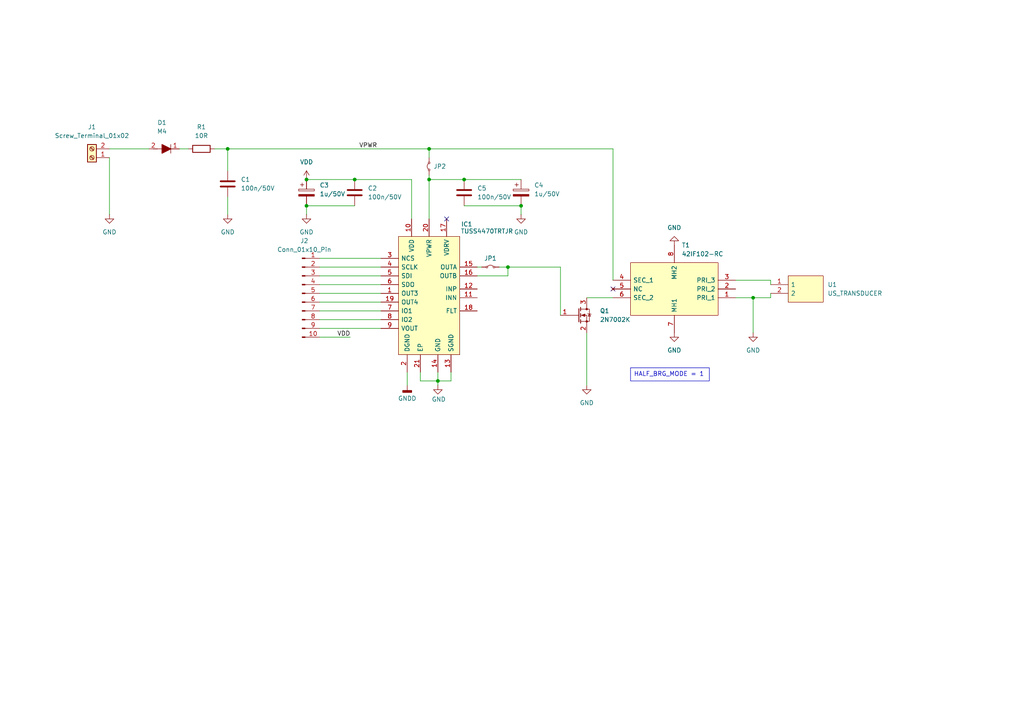
<source format=kicad_sch>
(kicad_sch (version 20250114) (generator "eeschema") (generator_version "9.0")
  (paper "A4")
  (lib_symbols
    (symbol "Connector:Conn_01x10_Pin" (pin_names (offset 1.016) (hide yes))
      (property "Reference" "J" (at 0 12.7 0))
      (property "Value" "Conn_01x10_Pin" (at 0 -15.24 0))
      (symbol "Conn_01x10_Pin_1_1"
        (rectangle (start 0.8636 10.287) (end 0 10.033) (stroke (width 0.1524)) (fill (type outline)))
        (rectangle (start 0.8636 7.747) (end 0 7.493) (stroke (width 0.1524)) (fill (type outline)))
        (rectangle (start 0.8636 5.207) (end 0 4.953) (stroke (width 0.1524)) (fill (type outline)))
        (rectangle (start 0.8636 2.667) (end 0 2.413) (stroke (width 0.1524)) (fill (type outline)))
        (rectangle (start 0.8636 0.127) (end 0 -0.127) (stroke (width 0.1524)) (fill (type outline)))
        (rectangle (start 0.8636 -2.413) (end 0 -2.667) (stroke (width 0.1524)) (fill (type outline)))
        (rectangle (start 0.8636 -4.953) (end 0 -5.207) (stroke (width 0.1524)) (fill (type outline)))
        (rectangle (start 0.8636 -7.493) (end 0 -7.747) (stroke (width 0.1524)) (fill (type outline)))
        (rectangle (start 0.8636 -10.033) (end 0 -10.287) (stroke (width 0.1524)) (fill (type outline)))
        (rectangle (start 0.8636 -12.573) (end 0 -12.827) (stroke (width 0.1524)) (fill (type outline)))
        (polyline (pts (xy 1.27 10.16) (xy 0.8636 10.16)) (stroke (width 0.1524)))
        (polyline (pts (xy 1.27 7.62) (xy 0.8636 7.62)) (stroke (width 0.1524)))
        (polyline (pts (xy 1.27 5.08) (xy 0.8636 5.08)) (stroke (width 0.1524)))
        (polyline (pts (xy 1.27 2.54) (xy 0.8636 2.54)) (stroke (width 0.1524)))
        (polyline (pts (xy 1.27 0) (xy 0.8636 0)) (stroke (width 0.1524)))
        (polyline (pts (xy 1.27 -2.54) (xy 0.8636 -2.54)) (stroke (width 0.1524)))
        (polyline (pts (xy 1.27 -5.08) (xy 0.8636 -5.08)) (stroke (width 0.1524)))
        (polyline (pts (xy 1.27 -7.62) (xy 0.8636 -7.62)) (stroke (width 0.1524)))
        (polyline (pts (xy 1.27 -10.16) (xy 0.8636 -10.16)) (stroke (width 0.1524)))
        (polyline (pts (xy 1.27 -12.7) (xy 0.8636 -12.7)) (stroke (width 0.1524)))
        (pin passive line (at 5.08 10.16 180) (length 3.81) (name "Pin_1") (number "1"))
        (pin passive line (at 5.08 7.62 180) (length 3.81) (name "Pin_2") (number "2"))
        (pin passive line (at 5.08 5.08 180) (length 3.81) (name "Pin_3") (number "3"))
        (pin passive line (at 5.08 2.54 180) (length 3.81) (name "Pin_4") (number "4"))
        (pin passive line (at 5.08 0 180) (length 3.81) (name "Pin_5") (number "5"))
        (pin passive line (at 5.08 -2.54 180) (length 3.81) (name "Pin_6") (number "6"))
        (pin passive line (at 5.08 -5.08 180) (length 3.81) (name "Pin_7") (number "7"))
        (pin passive line (at 5.08 -7.62 180) (length 3.81) (name "Pin_8") (number "8"))
        (pin passive line (at 5.08 -10.16 180) (length 3.81) (name "Pin_9") (number "9"))
        (pin passive line (at 5.08 -12.7 180) (length 3.81) (name "Pin_10") (number "10"))
      )
    )
    (symbol "Connector:Screw_Terminal_01x02" (pin_names (offset 1.016) (hide yes))
      (property "Reference" "J" (at 0 2.54 0))
      (property "Value" "Screw_Terminal_01x02" (at 0 -5.08 0))
      (symbol "Screw_Terminal_01x02_1_1"
        (rectangle (start -1.27 1.27) (end 1.27 -3.81) (stroke (width 0.254)) (fill (type background)))
        (polyline (pts (xy -0.5334 0.3302) (xy 0.3302 -0.508)) (stroke (width 0.1524)))
        (polyline (pts (xy -0.5334 -2.2098) (xy 0.3302 -3.048)) (stroke (width 0.1524)))
        (polyline (pts (xy -0.3556 0.508) (xy 0.508 -0.3302)) (stroke (width 0.1524)))
        (polyline (pts (xy -0.3556 -2.032) (xy 0.508 -2.8702)) (stroke (width 0.1524)))
        (circle (center 0 0) (radius 0.635) (stroke (width 0.1524)))
        (circle (center 0 -2.54) (radius 0.635) (stroke (width 0.1524)))
        (pin passive line (at -5.08 0 0) (length 3.81) (name "Pin_1") (number "1"))
        (pin passive line (at -5.08 -2.54 0) (length 3.81) (name "Pin_2") (number "2"))
      )
    )
    (symbol "Device:C" (pin_numbers (hide yes)) (pin_names (offset 0.254))
      (property "Reference" "C" (at 0.635 2.54 0))
      (property "Value" "C" (at 0.635 -2.54 0))
      (symbol "C_0_1"
        (polyline (pts (xy -2.032 0.762) (xy 2.032 0.762)) (stroke (width 0.508)))
        (polyline (pts (xy -2.032 -0.762) (xy 2.032 -0.762)) (stroke (width 0.508)))
      )
      (symbol "C_1_1"
        (pin passive line (at 0 3.81 270) (length 2.794) (name "~") (number "1"))
        (pin passive line (at 0 -3.81 90) (length 2.794) (name "~") (number "2"))
      )
    )
    (symbol "Device:C_Polarized" (pin_numbers (hide yes)) (pin_names (offset 0.254))
      (property "Reference" "C" (at 0.635 2.54 0))
      (property "Value" "C_Polarized" (at 0.635 -2.54 0))
      (symbol "C_Polarized_0_1"
        (rectangle (start -2.286 0.508) (end 2.286 1.016))
        (polyline (pts (xy -1.778 2.286) (xy -0.762 2.286)))
        (polyline (pts (xy -1.27 2.794) (xy -1.27 1.778)))
        (rectangle (start 2.286 -0.508) (end -2.286 -1.016) (fill (type outline)))
      )
      (symbol "C_Polarized_1_1"
        (pin passive line (at 0 3.81 270) (length 2.794) (name "~") (number "1"))
        (pin passive line (at 0 -3.81 90) (length 2.794) (name "~") (number "2"))
      )
    )
    (symbol "Device:R" (pin_numbers (hide yes)) (pin_names (offset 0))
      (property "Reference" "R" (at 2.032 0 90))
      (property "Value" "R" (at 0 0 90))
      (symbol "R_0_1"
        (rectangle (start -1.016 -2.54) (end 1.016 2.54) (stroke (width 0.254)))
      )
      (symbol "R_1_1"
        (pin passive line (at 0 3.81 270) (length 1.27) (name "~") (number "1"))
        (pin passive line (at 0 -3.81 90) (length 1.27) (name "~") (number "2"))
      )
    )
    (symbol "Jumper:Jumper_2_Small_Bridged" (pin_numbers (hide yes)) (pin_names (offset 0) (hide yes)) (exclude_from_sim yes)
      (property "Reference" "JP" (at 0 2.032 0))
      (property "Value" "Jumper_2_Small_Bridged" (at 0 -2.286 0))
      (symbol "Jumper_2_Small_Bridged_0_0"
        (circle (center -1.016 0) (radius 0.254))
        (circle (center 1.016 0) (radius 0.254))
      )
      (symbol "Jumper_2_Small_Bridged_0_1"
        (arc (start -0.762 0.254) (mid 0 0.5696) (end 0.762 0.254))
      )
      (symbol "Jumper_2_Small_Bridged_1_1"
        (pin passive line (at -2.54 0 0) (length 1.27) (name "A") (number "1"))
        (pin passive line (at 2.54 0 180) (length 1.27) (name "B") (number "2"))
      )
    )
    (symbol "SamacSys_Parts:42IF102-RC" (pin_names (offset 0.762))
      (property "Reference" "T1" (at 0 3.1181 90))
      (property "Value" "42IF102-RC" (at 2.54 3.1181 90))
      (symbol "42IF102-RC_0_0"
        (pin passive line (at 0 0 0) (length 5.08) (name "MH1") (number "7"))
        (pin passive line (at 10.16 17.78 270) (length 5.08) (name "SEC_2") (number "6"))
        (pin passive line (at 10.16 -17.78 90) (length 5.08) (name "PRI_1") (number "1"))
        (pin no_connect line (at 12.7 17.78 270) (length 5.08) (name "NC") (number "5"))
        (pin passive line (at 12.7 -17.78 90) (length 5.08) (name "PRI_2") (number "2"))
        (pin passive line (at 15.24 17.78 270) (length 5.08) (name "SEC_1") (number "4"))
        (pin passive line (at 15.24 -17.78 90) (length 5.08) (name "PRI_3") (number "3"))
        (pin passive line (at 25.4 0 180) (length 5.08) (name "MH2") (number "8"))
      )
      (symbol "42IF102-RC_0_1"
        (polyline (pts (xy 5.08 12.7) (xy 20.32 12.7) (xy 20.32 -12.7) (xy 5.08 -12.7) (xy 5.08 12.7)) (stroke (width 0.1524)) (fill (type background)))
      )
    )
    (symbol "SamacSys_Parts:M4" (pin_names (offset 0.762))
      (property "Reference" "D1" (at 7.62 -7.62 0))
      (property "Value" "M4" (at 7.62 -5.08 0))
      (symbol "M4_0_0"
        (pin passive line (at 2.54 0 0) (length 2.54) (name "~") (number "1"))
        (pin passive line (at 11.43 0 180) (length 2.54) (name "~") (number "2"))
      )
      (symbol "M4_0_1"
        (polyline (pts (xy 2.54 0) (xy 5.08 0)) (stroke (width 0.1524)))
        (polyline (pts (xy 5.08 1.27) (xy 5.08 -1.27)) (stroke (width 0.1524)))
        (polyline (pts (xy 5.08 0) (xy 7.62 1.27) (xy 7.62 -1.27) (xy 5.08 0)) (stroke (width 0.254)) (fill (type outline)))
        (polyline (pts (xy 7.62 0) (xy 10.16 0)) (stroke (width 0.1524)))
      )
    )
    (symbol "SamacSys_Parts:MA300D1-1" (pin_names (offset 0.762))
      (property "Reference" "U1" (at 16.51 0.0001 0))
      (property "Value" "MA300D1-1" (at 16.51 -2.5399 0))
      (symbol "MA300D1-1_0_0"
        (pin passive line (at 0 0 0) (length 5.08) (name "1") (number "1"))
        (pin passive line (at 0 -2.54 0) (length 5.08) (name "2") (number "2"))
      )
      (symbol "MA300D1-1_0_1"
        (polyline (pts (xy 5.08 2.54) (xy 15.24 2.54) (xy 15.24 -5.08) (xy 5.08 -5.08) (xy 5.08 2.54)) (stroke (width 0.1524)) (fill (type background)))
      )
    )
    (symbol "SamacSys_Parts:TUSS4470TRTJR" (pin_names (offset 0.762))
      (property "Reference" "IC1" (at 24.892 13.716 0))
      (property "Value" "TUSS4470TRTJR" (at 30.734 11.684 0))
      (symbol "TUSS4470TRTJR_0_0"
        (pin passive line (at 0 3.81 0) (length 5.08) (name "NCS") (number "3"))
        (pin passive line (at 0 1.27 0) (length 5.08) (name "SCLK") (number "4"))
        (pin passive line (at 0 -1.27 0) (length 5.08) (name "SDI") (number "5"))
        (pin passive line (at 0 -3.81 0) (length 5.08) (name "SDO") (number "6"))
        (pin passive line (at 0 -6.35 0) (length 5.08) (name "OUT3") (number "1"))
        (pin passive line (at 0 -8.89 0) (length 5.08) (name "OUT4") (number "19"))
        (pin passive line (at 0 -11.43 0) (length 5.08) (name "IO1") (number "7"))
        (pin passive line (at 0 -13.97 0) (length 5.08) (name "IO2") (number "8"))
        (pin passive line (at 0 -16.51 0) (length 5.08) (name "VOUT") (number "9"))
        (pin passive line (at 7.62 -29.21 90) (length 5.08) (name "DGND") (number "2"))
        (pin passive line (at 8.89 15.24 270) (length 5.08) (name "VDD") (number "10"))
        (pin passive line (at 11.43 -29.21 90) (length 5.08) (name "EP") (number "21"))
        (pin passive line (at 13.97 15.24 270) (length 5.08) (name "VPWR") (number "20"))
        (pin passive line (at 16.51 -29.21 90) (length 5.08) (name "GND") (number "14"))
        (pin passive line (at 19.05 15.24 270) (length 5.08) (name "VDRV") (number "17"))
        (pin passive line (at 20.32 -29.21 90) (length 5.08) (name "SGND") (number "13"))
        (pin passive line (at 27.94 -1.27 180) (length 5.08) (name "OUTB") (number "16"))
        (pin passive line (at 27.94 -5.08 180) (length 5.08) (name "INP") (number "12"))
        (pin passive line (at 27.94 -11.43 180) (length 5.08) (name "FLT") (number "18"))
      )
      (symbol "TUSS4470TRTJR_0_1"
        (polyline (pts (xy 5.08 10.16) (xy 22.86 10.16) (xy 22.86 -24.13) (xy 5.08 -24.13) (xy 5.08 10.16)) (stroke (width 0.1524)) (fill (type background)))
      )
      (symbol "TUSS4470TRTJR_1_0"
        (pin passive line (at 27.94 1.27 180) (length 5.08) (name "OUTA") (number "15"))
        (pin passive line (at 27.94 -7.62 180) (length 5.08) (name "INN") (number "11"))
      )
    )
    (symbol "Transistor_FET:2N7002K" (pin_names (hide yes))
      (property "Reference" "Q1" (at 6.35 1.2701 0))
      (property "Value" "2N7002K" (at 6.35 -1.2699 0))
      (symbol "2N7002K_0_1"
        (polyline (pts (xy 0.254 1.905) (xy 0.254 -1.905)) (stroke (width 0.254)))
        (polyline (pts (xy 0.254 0) (xy -2.54 0)))
        (polyline (pts (xy 0.762 2.286) (xy 0.762 1.27)) (stroke (width 0.254)))
        (polyline (pts (xy 0.762 0.508) (xy 0.762 -0.508)) (stroke (width 0.254)))
        (polyline (pts (xy 0.762 -1.27) (xy 0.762 -2.286)) (stroke (width 0.254)))
        (polyline (pts (xy 0.762 -1.778) (xy 3.302 -1.778) (xy 3.302 1.778) (xy 0.762 1.778)))
        (polyline (pts (xy 1.016 0) (xy 2.032 0.381) (xy 2.032 -0.381) (xy 1.016 0)) (fill (type outline)))
        (polyline (pts (xy 2.54 2.54) (xy 2.54 1.778)))
        (circle (center 2.54 1.778) (radius 0.254) (fill (type outline)))
        (circle (center 2.54 -1.778) (radius 0.254) (fill (type outline)))
        (polyline (pts (xy 2.54 -2.54) (xy 2.54 0) (xy 0.762 0)))
        (polyline (pts (xy 2.794 0.508) (xy 2.921 0.381) (xy 3.683 0.381) (xy 3.81 0.254)))
        (polyline (pts (xy 3.302 0.381) (xy 2.921 -0.254) (xy 3.683 -0.254) (xy 3.302 0.381)))
      )
      (symbol "2N7002K_1_1"
        (pin input line (at -5.08 0 0) (length 2.54) (name "G") (number "1"))
        (pin passive line (at 2.54 5.08 270) (length 2.54) (name "D") (number "3"))
        (pin passive line (at 2.54 -5.08 90) (length 2.54) (name "S") (number "2"))
      )
    )
    (symbol "power:GND" (power) (pin_numbers (hide yes)) (pin_names (offset 0) (hide yes))
      (property "Value" "GND" (at 0 -3.81 0))
      (symbol "GND_0_1"
        (polyline (pts (xy 0 0) (xy 0 -1.27) (xy 1.27 -1.27) (xy 0 -2.54) (xy -1.27 -1.27) (xy 0 -1.27)))
      )
      (symbol "GND_1_1"
        (pin power_in line (at 0 0 270) (length 0) (name "~") (number "1"))
      )
    )
    (symbol "power:GNDD" (power) (pin_numbers (hide yes)) (pin_names (offset 0) (hide yes))
      (property "Value" "GNDD" (at 0 -3.175 0))
      (symbol "GNDD_0_1"
        (rectangle (start -1.27 -1.524) (end 1.27 -2.032) (stroke (width 0.254)) (fill (type outline)))
        (polyline (pts (xy 0 0) (xy 0 -1.524)))
      )
      (symbol "GNDD_1_1"
        (pin power_in line (at 0 0 270) (length 0) (name "~") (number "1"))
      )
    )
    (symbol "power:VDD" (power) (pin_numbers (hide yes)) (pin_names (offset 0) (hide yes))
      (property "Value" "VDD" (at 0 3.556 0))
      (symbol "VDD_0_1"
        (polyline (pts (xy -0.762 1.27) (xy 0 2.54)))
        (polyline (pts (xy 0 2.54) (xy 0.762 1.27)))
        (polyline (pts (xy 0 0) (xy 0 2.54)))
      )
      (symbol "VDD_1_1"
        (pin power_in line (at 0 0 90) (length 0) (name "~") (number "1"))
      )
    )
  )
  (text_box "HALF_BRG_MODE = 1" (at 182.88 106.68 0) (size 22.86 3.81) (margins 0.9525 0.9525 0.9525 0.9525) (effects (font (size 1.27 1.27)) (justify left top)))
  (junction (at 218.44 86.36))
  (junction (at 88.9 59.69))
  (junction (at 102.87 52.07))
  (junction (at 134.62 52.07))
  (junction (at 147.32 77.47))
  (junction (at 127 110.49))
  (junction (at 151.13 59.69))
  (junction (at 124.46 43.18))
  (junction (at 88.9 52.07))
  (junction (at 124.46 52.07))
  (junction (at 66.04 43.18))
  (no_connect (at 129.54 63.5))
  (no_connect (at 177.8 83.82))
  (wire (pts (xy 124.46 52.07) (xy 134.62 52.07)))
  (wire (pts (xy 127 110.49) (xy 130.81 110.49)))
  (wire (pts (xy 31.75 43.18) (xy 43.18 43.18)))
  (wire (pts (xy 92.71 95.25) (xy 110.49 95.25)))
  (wire (pts (xy 92.71 90.17) (xy 110.49 90.17)))
  (wire (pts (xy 92.71 85.09) (xy 110.49 85.09)))
  (wire (pts (xy 138.43 77.47) (xy 139.7 77.47)))
  (wire (pts (xy 134.62 52.07) (xy 151.13 52.07)))
  (wire (pts (xy 88.9 52.07) (xy 102.87 52.07)))
  (wire (pts (xy 170.18 86.36) (xy 177.8 86.36)))
  (wire (pts (xy 92.71 74.93) (xy 110.49 74.93)))
  (wire (pts (xy 119.38 63.5) (xy 119.38 52.07)))
  (wire (pts (xy 134.62 59.69) (xy 151.13 59.69)))
  (wire (pts (xy 213.36 81.28) (xy 223.52 81.28)))
  (wire (pts (xy 223.52 85.09) (xy 223.52 86.36)))
  (wire (pts (xy 92.71 77.47) (xy 110.49 77.47)))
  (wire (pts (xy 151.13 59.69) (xy 151.13 62.23)))
  (wire (pts (xy 92.71 82.55) (xy 110.49 82.55)))
  (wire (pts (xy 218.44 86.36) (xy 218.44 96.52)))
  (wire (pts (xy 52.07 43.18) (xy 54.61 43.18)))
  (wire (pts (xy 162.56 91.44) (xy 162.56 77.47)))
  (wire (pts (xy 162.56 77.47) (xy 147.32 77.47)))
  (wire (pts (xy 177.8 81.28) (xy 177.8 43.18)))
  (wire (pts (xy 66.04 57.15) (xy 66.04 62.23)))
  (wire (pts (xy 118.11 107.95) (xy 118.11 111.76)))
  (wire (pts (xy 92.71 87.63) (xy 110.49 87.63)))
  (wire (pts (xy 147.32 77.47) (xy 144.78 77.47)))
  (wire (pts (xy 127 107.95) (xy 127 110.49)))
  (wire (pts (xy 88.9 59.69) (xy 88.9 62.23)))
  (wire (pts (xy 127 110.49) (xy 127 111.76)))
  (wire (pts (xy 124.46 50.8) (xy 124.46 52.07)))
  (wire (pts (xy 138.43 80.01) (xy 147.32 80.01)))
  (wire (pts (xy 223.52 81.28) (xy 223.52 82.55)))
  (wire (pts (xy 92.71 97.79) (xy 101.6 97.79)))
  (wire (pts (xy 92.71 92.71) (xy 110.49 92.71)))
  (wire (pts (xy 124.46 43.18) (xy 124.46 45.72)))
  (wire (pts (xy 130.81 107.95) (xy 130.81 110.49)))
  (wire (pts (xy 147.32 77.47) (xy 147.32 80.01)))
  (wire (pts (xy 92.71 80.01) (xy 110.49 80.01)))
  (wire (pts (xy 31.75 45.72) (xy 31.75 62.23)))
  (wire (pts (xy 218.44 86.36) (xy 223.52 86.36)))
  (wire (pts (xy 121.92 110.49) (xy 121.92 107.95)))
  (wire (pts (xy 213.36 86.36) (xy 218.44 86.36)))
  (wire (pts (xy 121.92 110.49) (xy 127 110.49)))
  (wire (pts (xy 88.9 59.69) (xy 102.87 59.69)))
  (wire (pts (xy 66.04 43.18) (xy 124.46 43.18)))
  (wire (pts (xy 124.46 43.18) (xy 177.8 43.18)))
  (wire (pts (xy 124.46 63.5) (xy 124.46 52.07)))
  (wire (pts (xy 170.18 96.52) (xy 170.18 111.76)))
  (wire (pts (xy 62.23 43.18) (xy 66.04 43.18)))
  (wire (pts (xy 66.04 43.18) (xy 66.04 49.53)))
  (wire (pts (xy 119.38 52.07) (xy 102.87 52.07)))
  (label "VDD" (at 97.79 97.79 0))
  (label "VPWR" (at 104.14 43.18 0))
  (symbol (lib_id "power:GND") (at 170.18 111.76 0) (unit 1)
    (property "Reference" "#PWR01" (effects (hide yes)))
    (property "Value" "GND" (at 170.18 116.84 0))
    (property "Description" "Power symbol creates a global label with name \"GND\" , ground" (effects (hide yes)))
  )
  (symbol (lib_id "power:GND") (at 31.75 62.23 0) (unit 1)
    (property "Reference" "#PWR08" (effects (hide yes)))
    (property "Value" "GND" (at 31.75 67.31 0))
    (property "Description" "Power symbol creates a global label with name \"GND\" , ground" (effects (hide yes)))
  )
  (symbol (lib_id "power:GND") (at 127 111.76 0) (unit 1)
    (property "Reference" "#PWR07" (effects (hide yes)))
    (property "Value" "GND" (at 127.254 115.824 0))
    (property "Description" "Power symbol creates a global label with name \"GND\" , ground" (effects (hide yes)))
  )
  (symbol (lib_id "Transistor_FET:2N7002K") (at 167.64 91.44 0) (unit 1)
    (property "Reference" "Q1" (at 173.99 90.1699 0) (effects (justify left)))
    (property "Value" "2N7002K" (at 173.99 92.7099 0) (effects (justify left)))
    (property "Footprint" "Package_TO_SOT_SMD:SOT-23" (effects (hide yes)))
    (property "Datasheet" "https://www.diodes.com/assets/Datasheets/ds30896.pdf" (effects (hide yes)))
    (property "Description" "0.38A Id, 60V Vds, N-Channel MOSFET, SOT-23" (effects (hide yes)))
  )
  (symbol (lib_id "Device:C") (at 66.04 53.34 0) (unit 1)
    (property "Reference" "C1" (at 69.85 52.0699 0) (effects (justify left)))
    (property "Value" "100n/50V" (at 69.85 54.6099 0) (effects (justify left)))
    (property "Footprint" "Capacitor_SMD:C_0805_2012Metric" (effects (hide yes)))
    (property "Description" "Unpolarized capacitor" (effects (hide yes)))
  )
  (symbol (lib_id "power:GND") (at 88.9 62.23 0) (unit 1)
    (property "Reference" "#PWR03" (effects (hide yes)))
    (property "Value" "GND" (at 88.9 67.31 0))
    (property "Description" "Power symbol creates a global label with name \"GND\" , ground" (effects (hide yes)))
  )
  (symbol (lib_id "Device:C_Polarized") (at 151.13 55.88 0) (unit 1)
    (property "Reference" "C4" (at 154.94 53.7209 0) (effects (justify left)))
    (property "Value" "1u/50V" (at 154.94 56.2609 0) (effects (justify left)))
    (property "Footprint" "Capacitor_SMD:CP_Elec_3x5.4" (effects (hide yes)))
    (property "Description" "Polarized capacitor" (effects (hide yes)))
  )
  (symbol (lib_id "Device:C") (at 134.62 55.88 0) (unit 1)
    (property "Reference" "C5" (at 138.43 54.6099 0) (effects (justify left)))
    (property "Value" "100n/50V" (at 138.43 57.1499 0) (effects (justify left)))
    (property "Footprint" "Capacitor_SMD:C_0805_2012Metric" (effects (hide yes)))
    (property "Description" "Unpolarized capacitor" (effects (hide yes)))
  )
  (symbol (lib_id "Connector:Conn_01x10_Pin") (at 87.63 85.09 0) (unit 1)
    (property "Reference" "J2" (at 88.265 69.85 0))
    (property "Value" "Conn_01x10_Pin" (at 88.265 72.39 0))
    (property "Description" "Generic connector, single row, 01x10, script generated" (effects (hide yes)))
  )
  (symbol (lib_id "SamacSys_Parts:MA300D1-1") (at 223.52 82.55 0) (unit 1)
    (property "Reference" "U1" (at 240.03 82.5499 0) (effects (justify left)))
    (property "Value" "US_TRANSDUCER" (at 240.03 85.0899 0) (effects (justify left)))
    (property "Footprint" "MA300D11" (effects (hide yes)))
    (property "Datasheet" "https://www.murata.com/en-eu/api/pdfdownloadapi?cate=cgsubUltrasonicSensors&partno=MA300D1-1" (effects (hide yes)))
    (property "Description" "Proximity Sensors 300  KHZ  1300PF 2-PIN SENSOR" (effects (hide yes)))
    (property "Description_1" "Proximity Sensors 300  KHZ  1300PF 2-PIN SENSOR" (effects (hide yes)))
    (property "Height" "7.5" (effects (hide yes)))
    (property "Manufacturer_Name" "Murata Electronics" (effects (hide yes)))
    (property "Manufacturer_Part_Number" "MA300D1-1" (effects (hide yes)))
    (property "Mouser Part Number" "81-MA300D1-1" (effects (hide yes)))
    (property "Mouser Price/Stock" "https://www.mouser.co.uk/ProductDetail/Murata-Electronics/MA300D1-1?qs=qEIx2DuoqD%252Btr1%2FbyrVkEg%3D%3D" (effects (hide yes)))
    (property "Arrow Part Number" "MA300D1-1" (effects (hide yes)))
    (property "Arrow Price/Stock" "https://www.arrow.com/en/products/ma300d1-1/murata-manufacturing?utm_currency=USD&region=nac" (effects (hide yes)))
  )
  (symbol (lib_id "power:VDD") (at 88.9 52.07 0) (unit 1)
    (property "Reference" "#PWR05" (effects (hide yes)))
    (property "Value" "VDD" (at 88.9 46.99 0))
    (property "Description" "Power symbol creates a global label with name \"VDD\"" (effects (hide yes)))
  )
  (symbol (lib_id "power:GND") (at 218.44 96.52 0) (unit 1)
    (property "Reference" "#PWR011" (effects (hide yes)))
    (property "Value" "GND" (at 218.44 101.6 0))
    (property "Description" "Power symbol creates a global label with name \"GND\" , ground" (effects (hide yes)))
  )
  (symbol (lib_id "Device:C") (at 102.87 55.88 0) (unit 1)
    (property "Reference" "C2" (at 106.68 54.6099 0) (effects (justify left)))
    (property "Value" "100n/50V" (at 106.68 57.1499 0) (effects (justify left)))
    (property "Footprint" "Capacitor_SMD:C_0805_2012Metric" (effects (hide yes)))
    (property "Description" "Unpolarized capacitor" (effects (hide yes)))
  )
  (symbol (lib_id "SamacSys_Parts:TUSS4470TRTJR") (at 110.49 78.74 0) (unit 1)
    (property "Reference" "IC1" (at 135.382 65.024 0))
    (property "Value" "TUSS4470TRTJR" (at 141.224 67.056 0))
    (property "Footprint" "QFN50P400X400X80-21N-D" (effects (hide yes)))
    (property "Datasheet" "https://www.ti.com/lit/ds/symlink/tuss4470.pdf?ts=1645970646310&ref_url=https%253A%252F%252Fwww.ti.com%252Fstore%252Fti%252Fen%252Fp%252Fproduct%252F%253Fp%253DTUSS4470TRTJR" (effects (hide yes)))
    (property "Description" "Sensor Interface Direct drive ultrasonic sensor IC with logarithmic amplifier 20-QFN -25 to 105" (effects (hide yes)))
    (property "Description_1" "Sensor Interface Direct drive ultrasonic sensor IC with logarithmic amplifier 20-QFN -25 to 105" (effects (hide yes)))
    (property "Height" "0.8" (effects (hide yes)))
    (property "Manufacturer_Name" "Texas Instruments" (effects (hide yes)))
    (property "Manufacturer_Part_Number" "TUSS4470TRTJR" (effects (hide yes)))
    (property "Mouser Part Number" "595-TUSS4470TRTJR" (effects (hide yes)))
    (property "Mouser Price/Stock" "https://www.mouser.co.uk/ProductDetail/Texas-Instruments/TUSS4470TRTJR?qs=xZ%2FP%252Ba9zWqbpuu%252B24t7dJQ%3D%3D" (effects (hide yes)))
    (property "Arrow Part Number" "TUSS4470TRTJR" (effects (hide yes)))
    (property "Arrow Price/Stock" "https://www.arrow.com/en/products/tuss4470trtjr/texas-instruments?utm_currency=USD&region=nac" (effects (hide yes)))
  )
  (symbol (lib_id "power:GND") (at 195.58 71.12 180) (unit 1)
    (property "Reference" "#PWR010" (effects (hide yes)))
    (property "Value" "GND" (at 195.58 66.04 0))
    (property "Description" "Power symbol creates a global label with name \"GND\" , ground" (effects (hide yes)))
  )
  (symbol (lib_id "SamacSys_Parts:42IF102-RC") (at 195.58 96.52 90) (unit 1)
    (property "Reference" "T1" (at 197.7233 71.12 90) (effects (justify right)))
    (property "Value" "42IF102-RC" (at 197.7233 73.66 90) (effects (justify right)))
    (property "Footprint" "42IF102RC" (effects (hide yes)))
    (property "Datasheet" "http://www.mouser.com/datasheet/2/449/XC-600131-1212443.pdf" (effects (hide yes)))
    (property "Description" "Audio Transformers / Signal Transformers IF XFMR 455KHZ" (effects (hide yes)))
    (property "Description_1" "Audio Transformers / Signal Transformers IF XFMR 455KHZ" (effects (hide yes)))
    (property "Height" "12.7" (effects (hide yes)))
    (property "Manufacturer_Name" "Xicon" (effects (hide yes)))
    (property "Manufacturer_Part_Number" "42IF102-RC" (effects (hide yes)))
    (property "Mouser Part Number" "42IF102-RC" (effects (hide yes)))
    (property "Mouser Price/Stock" "https://www.mouser.co.uk/ProductDetail/Xicon/42IF102-RC?qs=Ip36MYbAomKdj%2FcM%252B72Baw%3D%3D" (effects (hide yes)))
  )
  (symbol (lib_id "power:GND") (at 66.04 62.23 0) (unit 1)
    (property "Reference" "#PWR02" (effects (hide yes)))
    (property "Value" "GND" (at 66.04 67.31 0))
    (property "Description" "Power symbol creates a global label with name \"GND\" , ground" (effects (hide yes)))
  )
  (symbol (lib_id "Jumper:Jumper_2_Small_Bridged") (at 124.46 48.26 90) (unit 1)
    (property "Reference" "JP2" (at 125.73 48.2599 90) (effects (justify right)))
    (property "Value" "Jumper_2_Small_Bridged" (effects (hide yes)))
    (property "Footprint" "TestPoint:TestPoint_2Pads_Pitch2.54mm_Drill0.8mm" (effects (hide yes)))
    (property "Description" "Jumper, 2-pole, small symbol, bridged" (effects (hide yes)))
  )
  (symbol (lib_id "Device:C_Polarized") (at 88.9 55.88 0) (unit 1)
    (property "Reference" "C3" (at 92.71 53.7209 0) (effects (justify left)))
    (property "Value" "1u/50V" (at 92.71 56.2609 0) (effects (justify left)))
    (property "Footprint" "Capacitor_SMD:CP_Elec_3x5.4" (effects (hide yes)))
    (property "Description" "Polarized capacitor" (effects (hide yes)))
  )
  (symbol (lib_id "Connector:Screw_Terminal_01x02") (at 26.67 45.72 180) (unit 1)
    (property "Reference" "J1" (at 26.67 36.83 0))
    (property "Value" "Screw_Terminal_01x02" (at 26.67 39.37 0))
    (property "Description" "Generic screw terminal, single row, 01x02, script generated (kicad-library-utils/schlib/autogen/connector/)" (effects (hide yes)))
  )
  (symbol (lib_id "power:GND") (at 195.58 96.52 0) (unit 1)
    (property "Reference" "#PWR09" (effects (hide yes)))
    (property "Value" "GND" (at 195.58 101.6 0))
    (property "Description" "Power symbol creates a global label with name \"GND\" , ground" (effects (hide yes)))
  )
  (symbol (lib_id "power:GND") (at 151.13 62.23 0) (unit 1)
    (property "Reference" "#PWR04" (effects (hide yes)))
    (property "Value" "GND" (at 151.13 67.31 0))
    (property "Description" "Power symbol creates a global label with name \"GND\" , ground" (effects (hide yes)))
  )
  (symbol (lib_id "power:GNDD") (at 118.11 111.76 0) (unit 1)
    (property "Reference" "#PWR06" (effects (hide yes)))
    (property "Value" "GNDD" (at 118.11 115.57 0))
    (property "Description" "Power symbol creates a global label with name \"GNDD\" , digital ground" (effects (hide yes)))
  )
  (symbol (lib_id "Jumper:Jumper_2_Small_Bridged") (at 142.24 77.47 0) (unit 1)
    (property "Reference" "JP1" (at 142.24 74.93 0))
    (property "Value" "Jumper_2_Small_Bridged" (effects (hide yes)))
    (property "Footprint" "TestPoint:TestPoint_2Pads_Pitch2.54mm_Drill0.8mm" (effects (hide yes)))
    (property "Description" "Jumper, 2-pole, small symbol, bridged" (effects (hide yes)))
  )
  (symbol (lib_id "SamacSys_Parts:M4") (at 54.61 43.18 180) (unit 1)
    (property "Reference" "D1" (at 46.99 35.56 0))
    (property "Value" "M4" (at 46.99 38.1 0))
    (property "Footprint" "DIOM5327X240N" (effects (hide yes)))
    (property "Datasheet" "https://diotec.com/request/datasheet/m1.pdf" (effects (hide yes)))
    (property "Description" "Rectifiers Diode, SMA, 400V, 1A" (effects (hide yes)))
    (property "Description_1" "Rectifiers Diode, SMA, 400V, 1A" (effects (hide yes)))
    (property "Height" "2.4" (effects (hide yes)))
    (property "Manufacturer_Name" "Diotec" (effects (hide yes)))
    (property "Manufacturer_Part_Number" "M4" (effects (hide yes)))
    (property "Mouser Part Number" "637-M4" (effects (hide yes)))
    (property "Mouser Price/Stock" "https://www.mouser.co.uk/ProductDetail/Diotec-Semiconductor/M4?qs=OlC7AqGiEDkbHMrD%252B6G9HQ%3D%3D" (effects (hide yes)))
  )
  (symbol (lib_id "Device:R") (at 58.42 43.18 90) (unit 1)
    (property "Reference" "R1" (at 58.42 36.83 90))
    (property "Value" "10R" (at 58.42 39.37 90))
    (property "Footprint" "Resistor_SMD:R_0805_2012Metric" (effects (hide yes)))
    (property "Description" "Resistor" (effects (hide yes)))
  )
)
</source>
